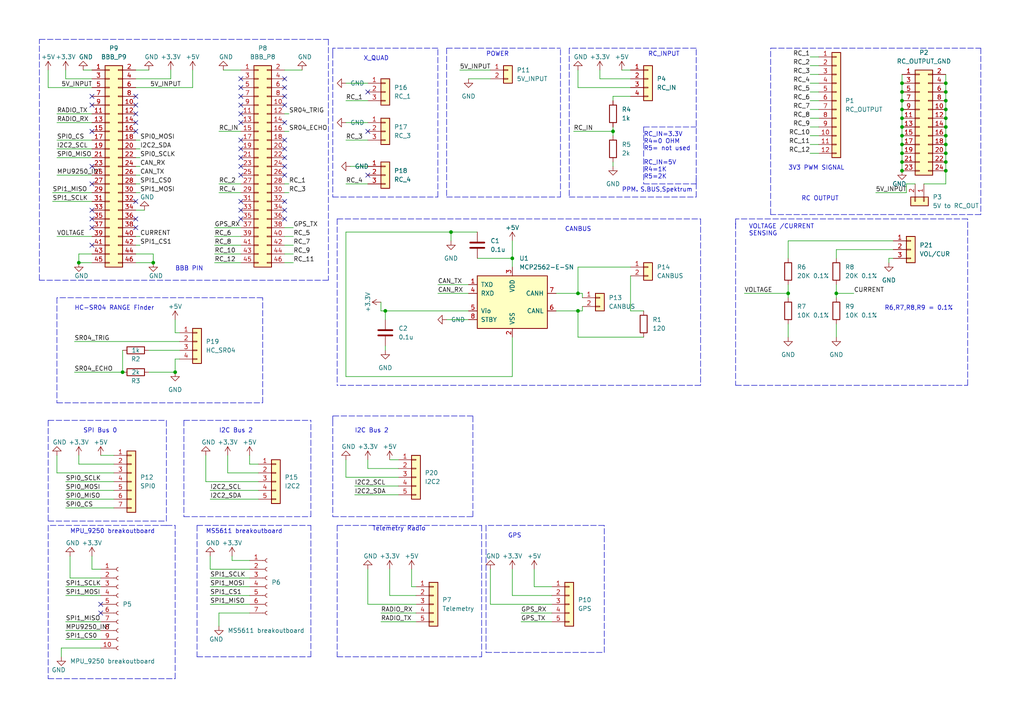
<source format=kicad_sch>
(kicad_sch (version 20211123) (generator eeschema)
  (paper "A4")
  (title_block (title "BBBMINI NEW SM") (date "2022-11-26") (rev "1.5"))
  (lib_symbols
    (symbol "Connector:Conn_01x07_Female" (pin_names (offset 1.016) hide)
      (property "Reference" "J" (at 0 10.16 0))
      (property "Value" "Conn_01x07_Female" (at 0 -10.16 0))
      (symbol "Conn_01x07_Female_1_1"
        (pin passive line (at -5.08 7.62 0) (length 3.81) (name "Pin_1") (number "1"))
        (pin passive line (at -5.08 5.08 0) (length 3.81) (name "Pin_2") (number "2"))
        (pin passive line (at -5.08 2.54 0) (length 3.81) (name "Pin_3") (number "3"))
        (pin passive line (at -5.08 0 0) (length 3.81) (name "Pin_4") (number "4"))
        (pin passive line (at -5.08 -2.54 0) (length 3.81) (name "Pin_5") (number "5"))
        (pin passive line (at -5.08 -5.08 0) (length 3.81) (name "Pin_6") (number "6"))
        (pin passive line (at -5.08 -7.62 0) (length 3.81) (name "Pin_7") (number "7"))
      )
    )
    (symbol "Connector:Conn_01x10_Female" (pin_names (offset 1.016) hide)
      (property "Reference" "J" (at 0 12.7 0))
      (property "Value" "Conn_01x10_Female" (at 0 -15.24 0))
      (symbol "Conn_01x10_Female_1_1"
        (pin passive line (at -5.08 10.16 0) (length 3.81) (name "Pin_1") (number "1"))
        (pin passive line (at -5.08 -12.7 0) (length 3.81) (name "Pin_10") (number "10"))
        (pin passive line (at -5.08 7.62 0) (length 3.81) (name "Pin_2") (number "2"))
        (pin passive line (at -5.08 5.08 0) (length 3.81) (name "Pin_3") (number "3"))
        (pin passive line (at -5.08 2.54 0) (length 3.81) (name "Pin_4") (number "4"))
        (pin passive line (at -5.08 0 0) (length 3.81) (name "Pin_5") (number "5"))
        (pin passive line (at -5.08 -2.54 0) (length 3.81) (name "Pin_6") (number "6"))
        (pin passive line (at -5.08 -5.08 0) (length 3.81) (name "Pin_7") (number "7"))
        (pin passive line (at -5.08 -7.62 0) (length 3.81) (name "Pin_8") (number "8"))
        (pin passive line (at -5.08 -10.16 0) (length 3.81) (name "Pin_9") (number "9"))
      )
    )
    (symbol "Connector_Generic:Conn_01x02" (pin_names (offset 1.016) hide)
      (property "Reference" "J" (at 0 2.54 0))
      (property "Value" "Conn_01x02" (at 0 -5.08 0))
      (symbol "Conn_01x02_1_1"
        (pin passive line (at -5.08 0 0) (length 3.81) (name "Pin_1") (number "1"))
        (pin passive line (at -5.08 -2.54 0) (length 3.81) (name "Pin_2") (number "2"))
      )
    )
    (symbol "Connector_Generic:Conn_01x03" (pin_names (offset 1.016) hide)
      (property "Reference" "J" (at 0 5.08 0))
      (property "Value" "Conn_01x03" (at 0 -5.08 0))
      (symbol "Conn_01x03_1_1"
        (pin passive line (at -5.08 2.54 0) (length 3.81) (name "Pin_1") (number "1"))
        (pin passive line (at -5.08 0 0) (length 3.81) (name "Pin_2") (number "2"))
        (pin passive line (at -5.08 -2.54 0) (length 3.81) (name "Pin_3") (number "3"))
      )
    )
    (symbol "Connector_Generic:Conn_01x04" (pin_names (offset 1.016) hide)
      (property "Reference" "J" (at 0 5.08 0))
      (property "Value" "Conn_01x04" (at 0 -7.62 0))
      (symbol "Conn_01x04_1_1"
        (pin passive line (at -5.08 2.54 0) (length 3.81) (name "Pin_1") (number "1"))
        (pin passive line (at -5.08 0 0) (length 3.81) (name "Pin_2") (number "2"))
        (pin passive line (at -5.08 -2.54 0) (length 3.81) (name "Pin_3") (number "3"))
        (pin passive line (at -5.08 -5.08 0) (length 3.81) (name "Pin_4") (number "4"))
      )
    )
    (symbol "Connector_Generic:Conn_01x05" (pin_names (offset 1.016) hide)
      (property "Reference" "J" (at 0 7.62 0))
      (property "Value" "Conn_01x05" (at 0 -7.62 0))
      (symbol "Conn_01x05_1_1"
        (pin passive line (at -5.08 5.08 0) (length 3.81) (name "Pin_1") (number "1"))
        (pin passive line (at -5.08 2.54 0) (length 3.81) (name "Pin_2") (number "2"))
        (pin passive line (at -5.08 0 0) (length 3.81) (name "Pin_3") (number "3"))
        (pin passive line (at -5.08 -2.54 0) (length 3.81) (name "Pin_4") (number "4"))
        (pin passive line (at -5.08 -5.08 0) (length 3.81) (name "Pin_5") (number "5"))
      )
    )
    (symbol "Connector_Generic:Conn_01x07" (pin_names (offset 1.016) hide)
      (property "Reference" "J" (at 0 10.16 0))
      (property "Value" "Conn_01x07" (at 0 -10.16 0))
      (symbol "Conn_01x07_1_1"
        (pin passive line (at -5.08 7.62 0) (length 3.81) (name "Pin_1") (number "1"))
        (pin passive line (at -5.08 5.08 0) (length 3.81) (name "Pin_2") (number "2"))
        (pin passive line (at -5.08 2.54 0) (length 3.81) (name "Pin_3") (number "3"))
        (pin passive line (at -5.08 0 0) (length 3.81) (name "Pin_4") (number "4"))
        (pin passive line (at -5.08 -2.54 0) (length 3.81) (name "Pin_5") (number "5"))
        (pin passive line (at -5.08 -5.08 0) (length 3.81) (name "Pin_6") (number "6"))
        (pin passive line (at -5.08 -7.62 0) (length 3.81) (name "Pin_7") (number "7"))
      )
    )
    (symbol "Connector_Generic:Conn_01x12" (pin_names (offset 1.016) hide)
      (property "Reference" "J" (at 0 15.24 0))
      (property "Value" "Conn_01x12" (at 0 -17.78 0))
      (symbol "Conn_01x12_1_1"
        (pin passive line (at -5.08 12.7 0) (length 3.81) (name "Pin_1") (number "1"))
        (pin passive line (at -5.08 -10.16 0) (length 3.81) (name "Pin_10") (number "10"))
        (pin passive line (at -5.08 -12.7 0) (length 3.81) (name "Pin_11") (number "11"))
        (pin passive line (at -5.08 -15.24 0) (length 3.81) (name "Pin_12") (number "12"))
        (pin passive line (at -5.08 10.16 0) (length 3.81) (name "Pin_2") (number "2"))
        (pin passive line (at -5.08 7.62 0) (length 3.81) (name "Pin_3") (number "3"))
        (pin passive line (at -5.08 5.08 0) (length 3.81) (name "Pin_4") (number "4"))
        (pin passive line (at -5.08 2.54 0) (length 3.81) (name "Pin_5") (number "5"))
        (pin passive line (at -5.08 0 0) (length 3.81) (name "Pin_6") (number "6"))
        (pin passive line (at -5.08 -2.54 0) (length 3.81) (name "Pin_7") (number "7"))
        (pin passive line (at -5.08 -5.08 0) (length 3.81) (name "Pin_8") (number "8"))
        (pin passive line (at -5.08 -7.62 0) (length 3.81) (name "Pin_9") (number "9"))
      )
    )
    (symbol "Connector_Generic:Conn_02x12_Odd_Even" (pin_names (offset 1.016) hide)
      (property "Reference" "J" (at 1.27 15.24 0))
      (property "Value" "Conn_02x12_Odd_Even" (at 1.27 -17.78 0))
      (symbol "Conn_02x12_Odd_Even_1_1"
        (pin passive line (at -5.08 12.7 0) (length 3.81) (name "Pin_1") (number "1"))
        (pin passive line (at 7.62 2.54 180) (length 3.81) (name "Pin_10") (number "10"))
        (pin passive line (at -5.08 0 0) (length 3.81) (name "Pin_11") (number "11"))
        (pin passive line (at 7.62 0 180) (length 3.81) (name "Pin_12") (number "12"))
        (pin passive line (at -5.08 -2.54 0) (length 3.81) (name "Pin_13") (number "13"))
        (pin passive line (at 7.62 -2.54 180) (length 3.81) (name "Pin_14") (number "14"))
        (pin passive line (at -5.08 -5.08 0) (length 3.81) (name "Pin_15") (number "15"))
        (pin passive line (at 7.62 -5.08 180) (length 3.81) (name "Pin_16") (number "16"))
        (pin passive line (at -5.08 -7.62 0) (length 3.81) (name "Pin_17") (number "17"))
        (pin passive line (at 7.62 -7.62 180) (length 3.81) (name "Pin_18") (number "18"))
        (pin passive line (at -5.08 -10.16 0) (length 3.81) (name "Pin_19") (number "19"))
        (pin passive line (at 7.62 12.7 180) (length 3.81) (name "Pin_2") (number "2"))
        (pin passive line (at 7.62 -10.16 180) (length 3.81) (name "Pin_20") (number "20"))
        (pin passive line (at -5.08 -12.7 0) (length 3.81) (name "Pin_21") (number "21"))
        (pin passive line (at 7.62 -12.7 180) (length 3.81) (name "Pin_22") (number "22"))
        (pin passive line (at -5.08 -15.24 0) (length 3.81) (name "Pin_23") (number "23"))
        (pin passive line (at 7.62 -15.24 180) (length 3.81) (name "Pin_24") (number "24"))
        (pin passive line (at -5.08 10.16 0) (length 3.81) (name "Pin_3") (number "3"))
        (pin passive line (at 7.62 10.16 180) (length 3.81) (name "Pin_4") (number "4"))
        (pin passive line (at -5.08 7.62 0) (length 3.81) (name "Pin_5") (number "5"))
        (pin passive line (at 7.62 7.62 180) (length 3.81) (name "Pin_6") (number "6"))
        (pin passive line (at -5.08 5.08 0) (length 3.81) (name "Pin_7") (number "7"))
        (pin passive line (at 7.62 5.08 180) (length 3.81) (name "Pin_8") (number "8"))
        (pin passive line (at -5.08 2.54 0) (length 3.81) (name "Pin_9") (number "9"))
      )
    )
    (symbol "Connector_Generic:Conn_02x23_Odd_Even" (pin_names (offset 1.016) hide)
      (property "Reference" "J" (at 1.27 30.48 0))
      (property "Value" "Conn_02x23_Odd_Even" (at 1.27 -30.48 0))
      (symbol "Conn_02x23_Odd_Even_1_1"
        (pin passive line (at -5.08 27.94 0) (length 3.81) (name "Pin_1") (number "1"))
        (pin passive line (at 7.62 17.78 180) (length 3.81) (name "Pin_10") (number "10"))
        (pin passive line (at -5.08 15.24 0) (length 3.81) (name "Pin_11") (number "11"))
        (pin passive line (at 7.62 15.24 180) (length 3.81) (name "Pin_12") (number "12"))
        (pin passive line (at -5.08 12.7 0) (length 3.81) (name "Pin_13") (number "13"))
        (pin passive line (at 7.62 12.7 180) (length 3.81) (name "Pin_14") (number "14"))
        (pin passive line (at -5.08 10.16 0) (length 3.81) (name "Pin_15") (number "15"))
        (pin passive line (at 7.62 10.16 180) (length 3.81) (name "Pin_16") (number "16"))
        (pin passive line (at -5.08 7.62 0) (length 3.81) (name "Pin_17") (number "17"))
        (pin passive line (at 7.62 7.62 180) (length 3.81) (name "Pin_18") (number "18"))
        (pin passive line (at -5.08 5.08 0) (length 3.81) (name "Pin_19") (number "19"))
        (pin passive line (at 7.62 27.94 180) (length 3.81) (name "Pin_2") (number "2"))
        (pin passive line (at 7.62 5.08 180) (length 3.81) (name "Pin_20") (number "20"))
        (pin passive line (at -5.08 2.54 0) (length 3.81) (name "Pin_21") (number "21"))
        (pin passive line (at 7.62 2.54 180) (length 3.81) (name "Pin_22") (number "22"))
        (pin passive line (at -5.08 0 0) (length 3.81) (name "Pin_23") (number "23"))
        (pin passive line (at 7.62 0 180) (length 3.81) (name "Pin_24") (number "24"))
        (pin passive line (at -5.08 -2.54 0) (length 3.81) (name "Pin_25") (number "25"))
        (pin passive line (at 7.62 -2.54 180) (length 3.81) (name "Pin_26") (number "26"))
        (pin passive line (at -5.08 -5.08 0) (length 3.81) (name "Pin_27") (number "27"))
        (pin passive line (at 7.62 -5.08 180) (length 3.81) (name "Pin_28") (number "28"))
        (pin passive line (at -5.08 -7.62 0) (length 3.81) (name "Pin_29") (number "29"))
        (pin passive line (at -5.08 25.4 0) (length 3.81) (name "Pin_3") (number "3"))
        (pin passive line (at 7.62 -7.62 180) (length 3.81) (name "Pin_30") (number "30"))
        (pin passive line (at -5.08 -10.16 0) (length 3.81) (name "Pin_31") (number "31"))
        (pin passive line (at 7.62 -10.16 180) (length 3.81) (name "Pin_32") (number "32"))
        (pin passive line (at -5.08 -12.7 0) (length 3.81) (name "Pin_33") (number "33"))
        (pin passive line (at 7.62 -12.7 180) (length 3.81) (name "Pin_34") (number "34"))
        (pin passive line (at -5.08 -15.24 0) (length 3.81) (name "Pin_35") (number "35"))
        (pin passive line (at 7.62 -15.24 180) (length 3.81) (name "Pin_36") (number "36"))
        (pin passive line (at -5.08 -17.78 0) (length 3.81) (name "Pin_37") (number "37"))
        (pin passive line (at 7.62 -17.78 180) (length 3.81) (name "Pin_38") (number "38"))
        (pin passive line (at -5.08 -20.32 0) (length 3.81) (name "Pin_39") (number "39"))
        (pin passive line (at 7.62 25.4 180) (length 3.81) (name "Pin_4") (number "4"))
        (pin passive line (at 7.62 -20.32 180) (length 3.81) (name "Pin_40") (number "40"))
        (pin passive line (at -5.08 -22.86 0) (length 3.81) (name "Pin_41") (number "41"))
        (pin passive line (at 7.62 -22.86 180) (length 3.81) (name "Pin_42") (number "42"))
        (pin passive line (at -5.08 -25.4 0) (length 3.81) (name "Pin_43") (number "43"))
        (pin passive line (at 7.62 -25.4 180) (length 3.81) (name "Pin_44") (number "44"))
        (pin passive line (at -5.08 -27.94 0) (length 3.81) (name "Pin_45") (number "45"))
        (pin passive line (at 7.62 -27.94 180) (length 3.81) (name "Pin_46") (number "46"))
        (pin passive line (at -5.08 22.86 0) (length 3.81) (name "Pin_5") (number "5"))
        (pin passive line (at 7.62 22.86 180) (length 3.81) (name "Pin_6") (number "6"))
        (pin passive line (at -5.08 20.32 0) (length 3.81) (name "Pin_7") (number "7"))
        (pin passive line (at 7.62 20.32 180) (length 3.81) (name "Pin_8") (number "8"))
        (pin passive line (at -5.08 17.78 0) (length 3.81) (name "Pin_9") (number "9"))
      )
    )
    (symbol "Device:C" (pin_numbers hide) (pin_names (offset 0.254))
      (property "Reference" "C" (at 0.635 2.54 0))
      (property "Value" "C" (at 0.635 -2.54 0))
      (symbol "C_1_1"
        (pin passive line (at 0 3.81 270) (length 2.794) (name "~") (number "1"))
        (pin passive line (at 0 -3.81 90) (length 2.794) (name "~") (number "2"))
      )
    )
    (symbol "Device:R" (pin_numbers hide) (pin_names (offset 0))
      (property "Reference" "R" (at 2.032 0 90))
      (property "Value" "R" (at 0 0 90))
      (symbol "R_1_1"
        (pin passive line (at 0 3.81 270) (length 1.27) (name "~") (number "1"))
        (pin passive line (at 0 -3.81 90) (length 1.27) (name "~") (number "2"))
      )
    )
    (symbol "Interface_CAN_LIN:MCP2562-E-SN" (pin_names (offset 1.016))
      (property "Reference" "U" (at -10.16 8.89 0))
      (property "Value" "MCP2562-E-SN" (at 2.54 8.89 0))
      (symbol "MCP2562-E-SN_1_1"
        (pin input line (at -12.7 5.08 0) (length 2.54) (name "TXD") (number "1"))
        (pin power_in line (at 0 -10.16 90) (length 2.54) (name "VSS") (number "2"))
        (pin power_in line (at 0 10.16 270) (length 2.54) (name "VDD") (number "3"))
        (pin output line (at -12.7 2.54 0) (length 2.54) (name "RXD") (number "4"))
        (pin power_in line (at -12.7 -2.54 0) (length 2.54) (name "Vio") (number "5"))
        (pin bidirectional line (at 12.7 -2.54 180) (length 2.54) (name "CANL") (number "6"))
        (pin bidirectional line (at 12.7 2.54 180) (length 2.54) (name "CANH") (number "7"))
        (pin input line (at -12.7 -5.08 0) (length 2.54) (name "STBY") (number "8"))
      )
    )
    (symbol "power:+3.3V" (power) (pin_names (offset 0))
      (property "Value" "+3.3V" (at 0 3.556 0))
      (symbol "+3.3V_1_1"
        (pin power_in line (at 0 0 90) (length 0) hide (name "+3.3V") (number "1"))
      )
    )
    (symbol "power:+5V" (power) (pin_names (offset 0))
      (property "Value" "+5V" (at 0 3.556 0))
      (symbol "+5V_1_1"
        (pin power_in line (at 0 0 90) (length 0) hide (name "+5V") (number "1"))
      )
    )
    (symbol "power:GND" (power) (pin_names (offset 0))
      (property "Value" "GND" (at 0 -3.81 0))
      (symbol "GND_1_1"
        (pin power_in line (at 0 0 270) (length 0) hide (name "GND") (number "1"))
      )
    )
  )
  (junction (at 177.8 38.1))
  (junction (at 242.57 85.09))
  (junction (at 274.32 29.21))
  (junction (at 261.62 24.13))
  (junction (at 261.62 29.21))
  (junction (at 274.32 44.45))
  (junction (at 35.56 107.95))
  (junction (at 167.64 85.09))
  (junction (at 274.32 31.75))
  (junction (at 167.64 90.17))
  (junction (at 274.32 26.67))
  (junction (at 274.32 34.29))
  (junction (at 261.62 44.45))
  (junction (at 50.8 107.95))
  (junction (at 261.62 41.91))
  (junction (at 274.32 41.91))
  (junction (at 261.62 31.75))
  (junction (at 274.32 49.53))
  (junction (at 130.81 67.31))
  (junction (at 261.62 34.29))
  (junction (at 261.62 49.53))
  (junction (at 22.86 76.2))
  (junction (at 111.76 90.17))
  (junction (at 261.62 39.37))
  (junction (at 228.6 85.09))
  (junction (at 274.32 24.13))
  (junction (at 274.32 46.99))
  (junction (at 274.32 36.83))
  (junction (at 274.32 39.37))
  (junction (at 261.62 36.83))
  (junction (at 148.59 74.93))
  (junction (at 261.62 46.99))
  (junction (at 44.45 76.2))
  (junction (at 261.62 26.67))
  (no_connect (at 82.55 25.4))
  (no_connect (at 106.68 50.8))
  (no_connect (at 69.85 48.26))
  (no_connect (at 82.55 58.42))
  (no_connect (at 26.67 71.12))
  (no_connect (at 26.67 66.04))
  (no_connect (at 69.85 40.64))
  (no_connect (at 82.55 30.48))
  (no_connect (at 29.21 177.8))
  (no_connect (at 82.55 63.5))
  (no_connect (at 69.85 33.02))
  (no_connect (at 69.85 25.4))
  (no_connect (at 69.85 22.86))
  (no_connect (at 39.37 38.1))
  (no_connect (at 39.37 35.56))
  (no_connect (at 69.85 45.72))
  (no_connect (at 69.85 63.5))
  (no_connect (at 82.55 40.64))
  (no_connect (at 39.37 58.42))
  (no_connect (at 69.85 60.96))
  (no_connect (at 69.85 27.94))
  (no_connect (at 39.37 63.5))
  (no_connect (at 82.55 48.26))
  (no_connect (at 26.67 60.96))
  (no_connect (at 69.85 43.18))
  (no_connect (at 82.55 35.56))
  (no_connect (at 82.55 45.72))
  (no_connect (at 69.85 35.56))
  (no_connect (at 69.85 50.8))
  (no_connect (at 26.67 53.34))
  (no_connect (at 39.37 27.94))
  (no_connect (at 82.55 27.94))
  (no_connect (at 26.67 63.5))
  (no_connect (at 39.37 66.04))
  (no_connect (at 39.37 33.02))
  (no_connect (at 82.55 50.8))
  (no_connect (at 82.55 22.86))
  (no_connect (at 82.55 43.18))
  (no_connect (at 69.85 30.48))
  (no_connect (at 82.55 60.96))
  (no_connect (at 26.67 38.1))
  (no_connect (at 69.85 58.42))
  (no_connect (at 29.21 175.26))
  (no_connect (at 106.68 26.67))
  (no_connect (at 106.68 38.1))
  (no_connect (at 26.67 27.94))
  (no_connect (at 26.67 30.48))
  (no_connect (at 39.37 30.48))
  (no_connect (at 26.67 48.26))
  (polyline (pts (xy 57.15 152.4) (xy 57.15 190.5)))
  (wire (pts (xy 19.05 172.72) (xy 29.21 172.72)))
  (wire (pts (xy 66.04 137.16) (xy 74.93 137.16)))
  (wire (pts (xy 148.59 172.72) (xy 160.02 172.72)))
  (wire (pts (xy 167.64 85.09) (xy 168.91 85.09)))
  (wire (pts (xy 66.04 132.08) (xy 66.04 137.16)))
  (wire (pts (xy 237.49 24.13) (xy 234.95 24.13)))
  (polyline (pts (xy 13.97 152.4) (xy 13.97 196.85)))
  (polyline (pts (xy 280.67 63.5) (xy 213.36 63.5)))
  (polyline (pts (xy 162.56 57.15) (xy 162.56 13.97)))
  (wire (pts (xy 242.57 85.09) (xy 242.57 86.36)))
  (wire (pts (xy 138.43 67.31) (xy 130.81 67.31)))
  (polyline (pts (xy 97.79 63.5) (xy 203.2 63.5)))
  (wire (pts (xy 21.59 107.95) (xy 35.56 107.95)))
  (polyline (pts (xy 175.26 152.4) (xy 140.97 152.4)))
  (wire (pts (xy 62.23 76.2) (xy 69.85 76.2)))
  (wire (pts (xy 63.5 38.1) (xy 69.85 38.1)))
  (polyline (pts (xy 48.26 151.13) (xy 48.26 121.92)))
  (wire (pts (xy 261.62 44.45) (xy 261.62 46.99)))
  (wire (pts (xy 67.31 162.56) (xy 72.39 162.56)))
  (polyline (pts (xy 95.25 81.28) (xy 11.43 81.28)))
  (wire (pts (xy 100.33 67.31) (xy 100.33 109.22)))
  (wire (pts (xy 135.89 22.86) (xy 142.24 22.86)))
  (polyline (pts (xy 139.7 152.4) (xy 139.7 190.5)))
  (polyline (pts (xy 48.26 152.4) (xy 13.97 152.4)))
  (wire (pts (xy 182.88 90.17) (xy 186.69 90.17)))
  (wire (pts (xy 135.89 90.17) (xy 111.76 90.17)))
  (polyline (pts (xy 96.52 121.92) (xy 96.52 149.86)))
  (wire (pts (xy 142.24 165.1) (xy 142.24 175.26)))
  (polyline (pts (xy 50.8 196.85) (xy 50.8 152.4)))
  (wire (pts (xy 267.97 53.34) (xy 274.32 53.34)))
  (wire (pts (xy 19.05 20.32) (xy 19.05 22.86)))
  (wire (pts (xy 16.51 137.16) (xy 33.02 137.16)))
  (wire (pts (xy 39.37 53.34) (xy 40.64 53.34)))
  (wire (pts (xy 274.32 26.67) (xy 274.32 29.21)))
  (wire (pts (xy 60.96 175.26) (xy 72.39 175.26)))
  (polyline (pts (xy 96.52 120.65) (xy 96.52 121.92)))
  (wire (pts (xy 177.8 46.99) (xy 177.8 48.26)))
  (polyline (pts (xy 213.36 64.77) (xy 213.36 111.76)))
  (wire (pts (xy 168.91 85.09) (xy 168.91 86.36)))
  (wire (pts (xy 173.99 20.32) (xy 173.99 22.86)))
  (wire (pts (xy 62.23 71.12) (xy 69.85 71.12)))
  (polyline (pts (xy 57.15 152.4) (xy 90.17 152.4)))
  (wire (pts (xy 182.88 80.01) (xy 182.88 90.17)))
  (wire (pts (xy 261.62 29.21) (xy 261.62 31.75)))
  (polyline (pts (xy 137.16 149.86) (xy 137.16 120.65)))
  (wire (pts (xy 186.69 97.79) (xy 167.64 97.79)))
  (wire (pts (xy 257.81 74.93) (xy 257.81 76.2)))
  (wire (pts (xy 261.62 36.83) (xy 261.62 39.37)))
  (wire (pts (xy 43.18 101.6) (xy 52.07 101.6)))
  (wire (pts (xy 43.18 107.95) (xy 50.8 107.95)))
  (wire (pts (xy 259.08 72.39) (xy 242.57 72.39)))
  (wire (pts (xy 242.57 93.98) (xy 242.57 97.79)))
  (polyline (pts (xy 203.2 63.5) (xy 203.2 111.76)))
  (wire (pts (xy 259.08 74.93) (xy 257.81 74.93)))
  (wire (pts (xy 100.33 24.13) (xy 106.68 24.13)))
  (polyline (pts (xy 96.52 13.97) (xy 96.52 15.24)))
  (wire (pts (xy 39.37 73.66) (xy 44.45 73.66)))
  (wire (pts (xy 242.57 82.55) (xy 242.57 85.09)))
  (wire (pts (xy 16.51 43.18) (xy 26.67 43.18)))
  (wire (pts (xy 16.51 40.64) (xy 26.67 40.64)))
  (wire (pts (xy 62.23 68.58) (xy 69.85 68.58)))
  (wire (pts (xy 39.37 50.8) (xy 40.64 50.8)))
  (wire (pts (xy 127 85.09) (xy 135.89 85.09)))
  (wire (pts (xy 148.59 165.1) (xy 148.59 172.72)))
  (wire (pts (xy 22.86 132.08) (xy 22.86 134.62)))
  (polyline (pts (xy 48.26 152.4) (xy 50.8 152.4)))
  (polyline (pts (xy 13.97 121.92) (xy 13.97 151.13)))
  (wire (pts (xy 50.8 104.14) (xy 50.8 107.95)))
  (wire (pts (xy 100.33 67.31) (xy 130.81 67.31)))
  (wire (pts (xy 100.33 53.34) (xy 106.68 53.34)))
  (polyline (pts (xy 96.52 57.15) (xy 127 57.15)))
  (wire (pts (xy 39.37 20.32) (xy 43.18 20.32)))
  (wire (pts (xy 39.37 48.26) (xy 40.64 48.26)))
  (wire (pts (xy 82.55 20.32) (xy 87.63 20.32)))
  (wire (pts (xy 16.51 132.08) (xy 16.51 137.16)))
  (wire (pts (xy 39.37 71.12) (xy 40.64 71.12)))
  (polyline (pts (xy 11.43 11.43) (xy 95.25 11.43)))
  (wire (pts (xy 148.59 97.79) (xy 148.59 109.22)))
  (wire (pts (xy 44.45 73.66) (xy 44.45 76.2)))
  (wire (pts (xy 106.68 133.35) (xy 106.68 135.89)))
  (polyline (pts (xy 186.69 53.34) (xy 201.93 53.34)))
  (wire (pts (xy 22.86 134.62) (xy 33.02 134.62)))
  (wire (pts (xy 237.49 26.67) (xy 234.95 26.67)))
  (wire (pts (xy 127 82.55) (xy 135.89 82.55)))
  (wire (pts (xy 274.32 31.75) (xy 274.32 34.29)))
  (wire (pts (xy 142.24 175.26) (xy 160.02 175.26)))
  (wire (pts (xy 39.37 76.2) (xy 44.45 76.2)))
  (wire (pts (xy 62.23 73.66) (xy 69.85 73.66)))
  (wire (pts (xy 261.62 41.91) (xy 261.62 44.45)))
  (wire (pts (xy 111.76 90.17) (xy 111.76 92.71)))
  (wire (pts (xy 148.59 74.93) (xy 148.59 77.47)))
  (wire (pts (xy 242.57 72.39) (xy 242.57 74.93)))
  (wire (pts (xy 113.03 165.1) (xy 113.03 172.72)))
  (polyline (pts (xy 53.34 121.92) (xy 90.17 121.92)))
  (wire (pts (xy 17.78 187.96) (xy 17.78 190.5)))
  (wire (pts (xy 13.97 25.4) (xy 26.67 25.4)))
  (wire (pts (xy 129.54 92.71) (xy 135.89 92.71)))
  (polyline (pts (xy 16.51 86.36) (xy 16.51 116.84)))
  (polyline (pts (xy 96.52 149.86) (xy 137.16 149.86)))
  (wire (pts (xy 242.57 85.09) (xy 247.65 85.09)))
  (wire (pts (xy 177.8 27.94) (xy 177.8 29.21)))
  (wire (pts (xy 39.37 43.18) (xy 40.64 43.18)))
  (polyline (pts (xy 53.34 149.86) (xy 90.17 149.86)))
  (wire (pts (xy 16.51 68.58) (xy 26.67 68.58)))
  (wire (pts (xy 67.31 161.29) (xy 67.31 162.56)))
  (wire (pts (xy 228.6 93.98) (xy 228.6 97.79)))
  (polyline (pts (xy 76.2 116.84) (xy 76.2 86.36)))
  (wire (pts (xy 161.29 85.09) (xy 167.64 85.09)))
  (wire (pts (xy 237.49 44.45) (xy 234.95 44.45)))
  (wire (pts (xy 106.68 165.1) (xy 106.68 175.26)))
  (wire (pts (xy 177.8 38.1) (xy 177.8 39.37)))
  (wire (pts (xy 16.51 33.02) (xy 26.67 33.02)))
  (wire (pts (xy 102.87 140.97) (xy 115.57 140.97)))
  (polyline (pts (xy 97.79 152.4) (xy 139.7 152.4)))
  (wire (pts (xy 16.51 35.56) (xy 26.67 35.56)))
  (polyline (pts (xy 203.2 111.76) (xy 97.79 111.76)))
  (wire (pts (xy 15.24 55.88) (xy 26.67 55.88)))
  (wire (pts (xy 60.96 167.64) (xy 72.39 167.64)))
  (wire (pts (xy 262.89 55.88) (xy 254 55.88)))
  (polyline (pts (xy 13.97 196.85) (xy 50.8 196.85)))
  (wire (pts (xy 167.64 25.4) (xy 182.88 25.4)))
  (wire (pts (xy 154.94 165.1) (xy 154.94 170.18)))
  (wire (pts (xy 102.87 143.51) (xy 115.57 143.51)))
  (polyline (pts (xy 129.54 13.97) (xy 162.56 13.97)))
  (wire (pts (xy 274.32 41.91) (xy 274.32 44.45)))
  (wire (pts (xy 39.37 45.72) (xy 40.64 45.72)))
  (wire (pts (xy 259.08 69.85) (xy 228.6 69.85)))
  (wire (pts (xy 167.64 20.32) (xy 167.64 25.4)))
  (wire (pts (xy 24.13 20.32) (xy 26.67 20.32)))
  (wire (pts (xy 72.39 134.62) (xy 74.93 134.62)))
  (wire (pts (xy 55.88 20.32) (xy 55.88 25.4)))
  (wire (pts (xy 119.38 165.1) (xy 119.38 170.18)))
  (wire (pts (xy 19.05 144.78) (xy 33.02 144.78)))
  (wire (pts (xy 16.51 50.8) (xy 26.67 50.8)))
  (wire (pts (xy 19.05 22.86) (xy 26.67 22.86)))
  (polyline (pts (xy 129.54 13.97) (xy 129.54 57.15)))
  (polyline (pts (xy 13.97 151.13) (xy 48.26 151.13)))
  (wire (pts (xy 261.62 26.67) (xy 261.62 29.21)))
  (polyline (pts (xy 127 57.15) (xy 127 13.97)))
  (wire (pts (xy 19.05 180.34) (xy 29.21 180.34)))
  (wire (pts (xy 22.86 73.66) (xy 22.86 76.2)))
  (wire (pts (xy 274.32 21.59) (xy 274.32 24.13)))
  (polyline (pts (xy 165.1 13.97) (xy 165.1 57.15)))
  (wire (pts (xy 274.32 44.45) (xy 274.32 46.99)))
  (wire (pts (xy 39.37 68.58) (xy 40.64 68.58)))
  (wire (pts (xy 20.32 167.64) (xy 29.21 167.64)))
  (polyline (pts (xy 97.79 152.4) (xy 97.79 190.5)))
  (wire (pts (xy 82.55 38.1) (xy 83.82 38.1)))
  (polyline (pts (xy 140.97 152.4) (xy 140.97 189.23)))
  (wire (pts (xy 261.62 31.75) (xy 261.62 34.29)))
  (wire (pts (xy 16.51 45.72) (xy 26.67 45.72)))
  (wire (pts (xy 15.24 58.42) (xy 26.67 58.42)))
  (wire (pts (xy 59.69 139.7) (xy 74.93 139.7)))
  (wire (pts (xy 168.91 90.17) (xy 168.91 88.9)))
  (wire (pts (xy 130.81 67.31) (xy 130.81 69.85)))
  (wire (pts (xy 82.55 55.88) (xy 83.82 55.88)))
  (polyline (pts (xy 140.97 152.4) (xy 140.97 152.4)))
  (wire (pts (xy 35.56 101.6) (xy 35.56 107.95)))
  (wire (pts (xy 113.03 133.35) (xy 115.57 133.35)))
  (wire (pts (xy 274.32 46.99) (xy 274.32 49.53)))
  (wire (pts (xy 237.49 21.59) (xy 234.95 21.59)))
  (polyline (pts (xy 140.97 189.23) (xy 175.26 189.23)))
  (wire (pts (xy 215.9 85.09) (xy 228.6 85.09)))
  (polyline (pts (xy 201.93 57.15) (xy 201.93 13.97)))
  (polyline (pts (xy 284.48 13.97) (xy 284.48 62.23)))
  (wire (pts (xy 50.8 96.52) (xy 52.07 96.52)))
  (wire (pts (xy 19.05 147.32) (xy 33.02 147.32)))
  (wire (pts (xy 148.59 109.22) (xy 100.33 109.22)))
  (wire (pts (xy 113.03 172.72) (xy 120.65 172.72)))
  (wire (pts (xy 26.67 161.29) (xy 26.67 165.1)))
  (polyline (pts (xy 16.51 116.84) (xy 76.2 116.84)))
  (wire (pts (xy 265.43 53.34) (xy 262.89 53.34)))
  (polyline (pts (xy 76.2 86.36) (xy 16.51 86.36)))
  (wire (pts (xy 82.55 66.04) (xy 85.09 66.04)))
  (wire (pts (xy 60.96 144.78) (xy 74.93 144.78)))
  (polyline (pts (xy 284.48 62.23) (xy 223.52 62.23)))
  (wire (pts (xy 39.37 55.88) (xy 40.64 55.88)))
  (wire (pts (xy 19.05 182.88) (xy 29.21 182.88)))
  (wire (pts (xy 228.6 82.55) (xy 228.6 85.09)))
  (wire (pts (xy 82.55 73.66) (xy 85.09 73.66)))
  (wire (pts (xy 237.49 36.83) (xy 234.95 36.83)))
  (wire (pts (xy 82.55 71.12) (xy 85.09 71.12)))
  (wire (pts (xy 148.59 69.85) (xy 148.59 74.93)))
  (polyline (pts (xy 165.1 57.15) (xy 201.93 57.15)))
  (wire (pts (xy 72.39 177.8) (xy 63.5 177.8)))
  (wire (pts (xy 60.96 170.18) (xy 72.39 170.18)))
  (wire (pts (xy 29.21 187.96) (xy 17.78 187.96)))
  (wire (pts (xy 60.96 161.29) (xy 60.96 165.1)))
  (wire (pts (xy 262.89 53.34) (xy 262.89 55.88)))
  (wire (pts (xy 63.5 177.8) (xy 63.5 181.61)))
  (wire (pts (xy 62.23 66.04) (xy 69.85 66.04)))
  (wire (pts (xy 82.55 33.02) (xy 83.82 33.02)))
  (wire (pts (xy 39.37 60.96) (xy 41.91 60.96)))
  (wire (pts (xy 82.55 68.58) (xy 85.09 68.58)))
  (wire (pts (xy 106.68 175.26) (xy 120.65 175.26)))
  (wire (pts (xy 261.62 39.37) (xy 261.62 41.91)))
  (wire (pts (xy 237.49 16.51) (xy 234.95 16.51)))
  (polyline (pts (xy 95.25 11.43) (xy 95.25 81.28)))
  (polyline (pts (xy 97.79 190.5) (xy 139.7 190.5)))
  (wire (pts (xy 237.49 34.29) (xy 234.95 34.29)))
  (wire (pts (xy 228.6 85.09) (xy 228.6 86.36)))
  (wire (pts (xy 119.38 170.18) (xy 120.65 170.18)))
  (wire (pts (xy 274.32 39.37) (xy 274.32 41.91)))
  (wire (pts (xy 110.49 177.8) (xy 120.65 177.8)))
  (wire (pts (xy 60.96 165.1) (xy 72.39 165.1)))
  (wire (pts (xy 72.39 132.08) (xy 72.39 134.62)))
  (wire (pts (xy 228.6 69.85) (xy 228.6 74.93)))
  (wire (pts (xy 50.8 92.71) (xy 50.8 96.52)))
  (wire (pts (xy 19.05 142.24) (xy 33.02 142.24)))
  (wire (pts (xy 82.55 76.2) (xy 85.09 76.2)))
  (polyline (pts (xy 213.36 63.5) (xy 213.36 66.04)))
  (wire (pts (xy 151.13 177.8) (xy 160.02 177.8)))
  (wire (pts (xy 261.62 21.59) (xy 261.62 24.13)))
  (wire (pts (xy 167.64 90.17) (xy 168.91 90.17)))
  (wire (pts (xy 261.62 46.99) (xy 261.62 49.53)))
  (wire (pts (xy 274.32 24.13) (xy 274.32 26.67)))
  (wire (pts (xy 182.88 27.94) (xy 177.8 27.94)))
  (polyline (pts (xy 213.36 111.76) (xy 280.67 111.76)))
  (wire (pts (xy 21.59 99.06) (xy 52.07 99.06)))
  (wire (pts (xy 13.97 20.32) (xy 13.97 25.4)))
  (wire (pts (xy 110.49 90.17) (xy 110.49 87.63)))
  (wire (pts (xy 29.21 132.08) (xy 33.02 132.08)))
  (wire (pts (xy 111.76 90.17) (xy 110.49 90.17)))
  (wire (pts (xy 63.5 53.34) (xy 69.85 53.34)))
  (polyline (pts (xy 175.26 189.23) (xy 175.26 152.4)))
  (wire (pts (xy 52.07 104.14) (xy 50.8 104.14)))
  (polyline (pts (xy 186.69 36.83) (xy 201.93 36.83)))
  (polyline (pts (xy 57.15 190.5) (xy 90.17 190.5)))
  (wire (pts (xy 237.49 41.91) (xy 234.95 41.91)))
  (polyline (pts (xy 201.93 53.34) (xy 201.93 50.8)))
  (polyline (pts (xy 129.54 57.15) (xy 162.56 57.15)))
  (polyline (pts (xy 90.17 190.5) (xy 90.17 152.4)))
  (polyline (pts (xy 137.16 120.65) (xy 96.52 120.65)))
  (wire (pts (xy 22.86 76.2) (xy 26.67 76.2)))
  (wire (pts (xy 26.67 73.66) (xy 22.86 73.66)))
  (wire (pts (xy 180.34 20.32) (xy 182.88 20.32)))
  (wire (pts (xy 110.49 180.34) (xy 120.65 180.34)))
  (wire (pts (xy 166.37 38.1) (xy 177.8 38.1)))
  (polyline (pts (xy 13.97 121.92) (xy 48.26 121.92)))
  (wire (pts (xy 63.5 55.88) (xy 69.85 55.88)))
  (wire (pts (xy 64.77 20.32) (xy 69.85 20.32)))
  (wire (pts (xy 177.8 36.83) (xy 177.8 38.1)))
  (wire (pts (xy 101.6 48.26) (xy 106.68 48.26)))
  (wire (pts (xy 111.76 100.33) (xy 111.76 101.6)))
  (polyline (pts (xy 90.17 149.86) (xy 90.17 121.92)))
  (wire (pts (xy 100.33 138.43) (xy 115.57 138.43)))
  (polyline (pts (xy 223.52 62.23) (xy 223.52 13.97)))
  (wire (pts (xy 274.32 34.29) (xy 274.32 36.83)))
  (polyline (pts (xy 223.52 13.97) (xy 284.48 13.97)))
  (wire (pts (xy 55.88 25.4) (xy 39.37 25.4)))
  (wire (pts (xy 133.35 20.32) (xy 142.24 20.32)))
  (wire (pts (xy 60.96 142.24) (xy 74.93 142.24)))
  (polyline (pts (xy 96.52 15.24) (xy 96.52 57.15)))
  (wire (pts (xy 60.96 172.72) (xy 72.39 172.72)))
  (wire (pts (xy 167.64 77.47) (xy 167.64 85.09)))
  (polyline (pts (xy 11.43 81.28) (xy 11.43 11.43)))
  (wire (pts (xy 237.49 29.21) (xy 234.95 29.21)))
  (wire (pts (xy 100.33 29.21) (xy 106.68 29.21)))
  (wire (pts (xy 161.29 90.17) (xy 167.64 90.17)))
  (wire (pts (xy 173.99 22.86) (xy 182.88 22.86)))
  (wire (pts (xy 19.05 170.18) (xy 29.21 170.18)))
  (wire (pts (xy 261.62 34.29) (xy 261.62 36.83)))
  (wire (pts (xy 100.33 133.35) (xy 100.33 138.43)))
  (wire (pts (xy 182.88 77.47) (xy 167.64 77.47)))
  (wire (pts (xy 39.37 40.64) (xy 40.64 40.64)))
  (wire (pts (xy 274.32 53.34) (xy 274.32 49.53)))
  (wire (pts (xy 106.68 135.89) (xy 115.57 135.89)))
  (wire (pts (xy 274.32 29.21) (xy 274.32 31.75)))
  (wire (pts (xy 19.05 139.7) (xy 33.02 139.7)))
  (wire (pts (xy 237.49 19.05) (xy 234.95 19.05)))
  (wire (pts (xy 154.94 170.18) (xy 160.02 170.18)))
  (polyline (pts (xy 127 13.97) (xy 96.52 13.97)))
  (wire (pts (xy 100.33 40.64) (xy 106.68 40.64)))
  (polyline (pts (xy 280.67 111.76) (xy 280.67 63.5)))
  (wire (pts (xy 138.43 74.93) (xy 148.59 74.93)))
  (wire (pts (xy 49.53 22.86) (xy 39.37 22.86)))
  (wire (pts (xy 237.49 39.37) (xy 234.95 39.37)))
  (wire (pts (xy 167.64 97.79) (xy 167.64 90.17)))
  (polyline (pts (xy 186.69 36.83) (xy 186.69 53.34)))
  (wire (pts (xy 59.69 132.08) (xy 59.69 139.7)))
  (wire (pts (xy 49.53 20.32) (xy 49.53 22.86)))
  (wire (pts (xy 19.05 185.42) (xy 29.21 185.42)))
  (polyline (pts (xy 53.34 121.92) (xy 53.34 149.86)))
  (wire (pts (xy 20.32 161.29) (xy 20.32 167.64)))
  (wire (pts (xy 100.33 35.56) (xy 106.68 35.56)))
  (wire (pts (xy 274.32 36.83) (xy 274.32 39.37)))
  (wire (pts (xy 261.62 24.13) (xy 261.62 26.67)))
  (wire (pts (xy 82.55 53.34) (xy 83.82 53.34)))
  (wire (pts (xy 237.49 31.75) (xy 234.95 31.75)))
  (wire (pts (xy 151.13 180.34) (xy 160.02 180.34)))
  (wire (pts (xy 26.67 165.1) (xy 29.21 165.1)))
  (polyline (pts (xy 201.93 13.97) (xy 165.1 13.97)))
  (polyline (pts (xy 97.79 63.5) (xy 97.79 111.76)))
  (text "I2C Bus 2\n" (at 102.87 125.73 0) (effects (font (size 1.27 1.27)) (justify left bottom)))
  (text "Telemetry Radio\n\n" (at 107.95 156.21 0) (effects (font (size 1.27 1.27)) (justify left bottom)))
  (text "X_QUAD" (at 105.41 17.78 0) (effects (font (size 1.27 1.27)) (justify left bottom)))
  (text "RC_IN=3.3V\nR4=0 OHM\nR5= not used\n\nRC_IN=5V\nR4=1K\nR5=2K" (at 186.69 52.07 0) (effects (font (size 1.27 1.27)) (justify left bottom)))
  (text "MS5611 breakoutboard" (at 59.69 154.94 0) (effects (font (size 1.27 1.27)) (justify left bottom)))
  (text "GPS\n" (at 147.32 156.21 0) (effects (font (size 1.27 1.27)) (justify left bottom)))
  (text "HC-SR04 RANGE Finder\n" (at 21.59 90.17 0) (effects (font (size 1.27 1.27)) (justify left bottom)))
  (text "3V3 PWM SIGNAL\n" (at 228.6 49.53 0) (effects (font (size 1.27 1.27)) (justify left bottom)))
  (text "I2C Bus 2\n" (at 63.5 125.73 0) (effects (font (size 1.27 1.27)) (justify left bottom)))
  (text "VOLTAGE /CURRENT\nSENSING\n" (at 217.17 68.58 0) (effects (font (size 1.27 1.27)) (justify left bottom)))
  (text "R6,R7,R8,R9 = 0.1%\n" (at 256.54 90.17 0) (effects (font (size 1.27 1.27)) (justify left bottom)))
  (text "PPM，S.BUS,Spektrum\n" (at 180.34 55.88 0) (effects (font (size 1.27 1.27)) (justify left bottom)))
  (text "CANBUS" (at 163.83 67.31 0) (effects (font (size 1.27 1.27)) (justify left bottom)))
  (text "BBB PIN\n" (at 50.8 78.74 0) (effects (font (size 1.27 1.27)) (justify left bottom)))
  (text "SPI Bus 0\n" (at 24.13 125.73 0) (effects (font (size 1.27 1.27)) (justify left bottom)))
  (text "RC_INPUT\n" (at 187.96 16.51 0) (effects (font (size 1.27 1.27)) (justify left bottom)))
  (text "MPU_9250 breakoutboard\n" (at 20.32 154.94 0) (effects (font (size 1.27 1.27)) (justify left bottom)))
  (text "RC OUTPUT\n" (at 232.41 58.42 0) (effects (font (size 1.27 1.27)) (justify left bottom)))
  (text "POWER" (at 140.97 16.51 0) (effects (font (size 1.27 1.27)) (justify left bottom)))
  (label "RC_3" (at 234.95 21.59 180))
  (label "5V_INPUT" (at 133.35 20.32 0))
  (label "CAN_TX" (at 40.64 50.8 0))
  (label "I2C2_SDA" (at 40.64 43.18 0))
  (label "5V_INPUT" (at 254 55.88 0))
  (label "CURRENT" (at 40.64 68.58 0))
  (label "CAN_TX" (at 127 82.55 0))
  (label "RC_7" (at 234.95 31.75 180))
  (label "RC_8" (at 62.23 71.12 0))
  (label "SPI0_CS" (at 19.05 147.32 0))
  (label "MPU9250_INT" (at 16.51 50.8 0))
  (label "RC_4" (at 100.33 53.34 0))
  (label "SPI0_MISO" (at 16.51 45.72 0))
  (label "RC_12" (at 234.95 44.45 180))
  (label "I2C2_SDA" (at 102.87 143.51 0))
  (label "SR04_TRIG" (at 21.59 99.06 0))
  (label "CAN_RX" (at 127 85.09 0))
  (label "RC_12" (at 62.23 76.2 0))
  (label "RC_9" (at 234.95 36.83 180))
  (label "MPU9250_INT" (at 19.05 182.88 0))
  (label "I2C2_SCL" (at 60.96 142.24 0))
  (label "I2C2_SDA" (at 60.96 144.78 0))
  (label "SPI1_SCLK" (at 60.96 167.64 0))
  (label "SPI1_MOSI" (at 19.05 172.72 0))
  (label "SPI0_SCLK" (at 19.05 139.7 0))
  (label "5V_INPUT" (at 43.5386 25.4 0))
  (label "RC_IN" (at 63.5 38.1 0))
  (label "5V_INPUT" (at 17.78 25.4 0))
  (label "RC_1" (at 234.95 16.51 180))
  (label "RC_9" (at 85.09 73.66 0))
  (label "SPI1_MISO" (at 60.96 175.26 0))
  (label "RC_8" (at 234.95 34.29 180))
  (label "SPI0_MOSI" (at 40.64 40.64 0))
  (label "SPI0_CS" (at 16.51 40.64 0))
  (label "VOLTAGE" (at 16.51 68.58 0))
  (label "SPI1_CS1" (at 40.64 71.12 0))
  (label "RC_3" (at 100.33 40.64 0))
  (label "SPI1_CS0" (at 19.05 185.42 0))
  (label "RC_10" (at 62.23 73.66 0))
  (label "CURRENT" (at 247.65 85.09 0))
  (label "I2C2_SCL" (at 16.51 43.18 0))
  (label "SPI0_SCLK" (at 40.64 45.72 0))
  (label "SPI1_SCLK" (at 19.05 170.18 0))
  (label "RC_7" (at 85.09 71.12 0))
  (label "RC_11" (at 234.95 41.91 180))
  (label "RC_4" (at 234.95 24.13 180))
  (label "RC_IN" (at 166.37 38.1 0))
  (label "VOLTAGE" (at 215.9 85.09 0))
  (label "RADIO_TX" (at 16.51 33.02 0))
  (label "RC_3" (at 83.82 55.88 0))
  (label "RC_11" (at 85.09 76.2 0))
  (label "SR04_ECHO" (at 21.59 107.95 0))
  (label "RC_5" (at 85.09 68.58 0))
  (label "SPI1_SCLK" (at 15.24 58.42 0))
  (label "RADIO_RX" (at 110.49 177.8 0))
  (label "SPI1_MISO" (at 15.24 55.88 0))
  (label "SR04_TRIG" (at 83.82 33.02 0))
  (label "RC_5" (at 234.95 26.67 180))
  (label "RC_2" (at 63.5 53.34 0))
  (label "GPS_TX" (at 85.09 66.04 0))
  (label "I2C2_SCL" (at 102.87 140.97 0))
  (label "RADIO_RX" (at 16.51 35.56 0))
  (label "RC_1" (at 83.82 53.34 0))
  (label "GPS_RX" (at 151.13 177.8 0))
  (label "SPI1_MOSI" (at 60.96 170.18 0))
  (label "RC_4" (at 63.5 55.88 0))
  (label "CAN_RX" (at 40.64 48.26 0))
  (label "GPS_TX" (at 151.13 180.34 0))
  (label "RC_10" (at 234.95 39.37 180))
  (label "SPI1_MISO" (at 19.05 180.34 0))
  (label "SPI0_MOSI" (at 19.05 142.24 0))
  (label "SR04_ECHO" (at 83.82 38.1 0))
  (label "SPI1_CS1" (at 60.96 172.72 0))
  (label "RC_6" (at 234.95 29.21 180))
  (label "RC_6" (at 62.23 68.58 0))
  (label "RADIO_TX" (at 110.49 180.34 0))
  (label "RC_2" (at 234.95 19.05 180))
  (label "SPI1_CS0" (at 40.64 53.34 0))
  (label "SPI1_MOSI" (at 40.64 55.88 0))
  (label "GPS_RX" (at 62.23 66.04 0))
  (label "SPI0_MISO" (at 19.05 144.78 0))
  (label "RC_1" (at 100.33 29.21 0))
  (symbol (lib_id "power:+5V") (at 119.38 165.1 0) (unit 1)
    (property "Reference" "#PWR0148" (effects hide))
    (property "Value" "+5V" (at 119.38 161.29 0))
  )
  (symbol (lib_id "power:+5V") (at 180.34 20.32 0) (unit 1)
    (property "Reference" "#PWR0124" (effects hide))
    (property "Value" "+5V" (at 180.34 16.51 0))
  )
  (symbol (lib_id "Device:R") (at 39.37 107.95 270) (unit 1)
    (property "Reference" "R3" (at 39.37 110.49 90))
    (property "Value" "2k" (at 39.37 107.95 90))
    (property "Footprint" "Resistor_SMD:R_2010_5025Metric_Pad1.40x2.65mm_HandSolder" (effects hide))
  )
  (symbol (lib_id "Connector_Generic:Conn_01x04") (at 187.96 22.86 0) (unit 1)
    (property "Reference" "P4" (at 190.5 22.8599 0) (effects (justify left)))
    (property "Value" "RC_IN" (at 190.5 25.3999 0) (effects (justify left)))
    (property "Footprint" "Connector_PinHeader_2.54mm:PinHeader_1x04_P2.54mm_Vertical" (effects hide))
  )
  (symbol (lib_id "power:+5V") (at 154.94 165.1 0) (unit 1)
    (property "Reference" "#PWR0138" (effects hide))
    (property "Value" "+5V" (at 154.94 161.29 0))
  )
  (symbol (lib_id "Connector_Generic:Conn_01x02") (at 267.97 58.42 270) (unit 1)
    (property "Reference" "P3" (at 270.51 57.1499 90) (effects (justify left)))
    (property "Value" "5V to RC_OUT" (at 270.51 59.6899 90) (effects (justify left)))
    (property "Footprint" "Connector_PinHeader_2.54mm:PinHeader_1x02_P2.54mm_Vertical" (effects hide))
  )
  (symbol (lib_id "power:+5V") (at 50.8 92.71 0) (unit 1)
    (property "Reference" "#PWR0131" (effects hide))
    (property "Value" "+5V" (at 50.8 88.9 0))
  )
  (symbol (lib_id "power:GND") (at 50.8 107.95 0) (unit 1)
    (property "Reference" "#PWR0132" (effects hide))
    (property "Value" "GND" (at 50.8 113.03 0))
  )
  (symbol (lib_id "power:GND") (at 63.5 181.61 0) (unit 1)
    (property "Reference" "#PWR0141" (effects hide))
    (property "Value" "GND" (at 64.77 185.42 0) (effects (justify right)))
  )
  (symbol (lib_id "Device:R") (at 228.6 90.17 0) (unit 1)
    (property "Reference" "R7" (at 231.14 88.8999 0) (effects (justify left)))
    (property "Value" "10K 0.1%" (at 231.14 91.4399 0) (effects (justify left)))
    (property "Footprint" "Resistor_SMD:R_0805_2012Metric_Pad1.20x1.40mm_HandSolder" (effects hide))
  )
  (symbol (lib_id "power:GND") (at 22.86 76.2 0) (mirror y) (unit 1)
    (property "Reference" "#PWR0106" (effects hide))
    (property "Value" "GND" (at 21.59 80.01 0) (effects (justify right)))
  )
  (symbol (lib_id "power:GND") (at 167.64 20.32 180) (unit 1)
    (property "Reference" "#PWR0126" (effects hide))
    (property "Value" "GND" (at 166.37 16.51 0) (effects (justify right)))
  )
  (symbol (lib_id "Connector:Conn_01x10_Female") (at 34.29 175.26 0) (unit 1)
    (property "Reference" "P5" (at 35.56 175.2599 0) (effects (justify left)))
    (property "Value" "MPU_9250 breakoutboard" (at 20.32 191.77 0) (effects (justify left)))
    (property "Footprint" "Connector_PinSocket_2.54mm:PinSocket_1x10_P2.54mm_Vertical" (effects hide))
  )
  (symbol (lib_id "power:GND") (at 228.6 97.79 0) (unit 1)
    (property "Reference" "#PWR0129" (effects hide))
    (property "Value" "GND" (at 228.6 102.87 0))
  )
  (symbol (lib_id "Connector_Generic:Conn_01x03") (at 111.76 38.1 0) (unit 1)
    (property "Reference" "P17" (at 114.3 36.8299 0) (effects (justify left)))
    (property "Value" "RC_3" (at 114.3 39.3699 0) (effects (justify left)))
    (property "Footprint" "Connector_PinHeader_2.54mm:PinHeader_1x03_P2.54mm_Vertical" (effects hide))
  )
  (symbol (lib_id "power:+5V") (at 13.97 20.32 0) (unit 1)
    (property "Reference" "#PWR0103" (effects hide))
    (property "Value" "+5V" (at 13.97 16.51 0))
  )
  (symbol (lib_id "Connector:Conn_01x07_Female") (at 77.47 170.18 0) (unit 1)
    (property "Reference" "P6" (at 78.74 168.9099 0) (effects (justify left)))
    (property "Value" "MS5611 breakoutboard" (at 66.04 182.88 0) (effects (justify left)))
    (property "Footprint" "Connector_PinSocket_2.54mm:PinSocket_1x07_P2.54mm_Vertical" (effects hide))
  )
  (symbol (lib_id "power:+3.3V") (at 49.53 20.32 0) (unit 1)
    (property "Reference" "#PWR0109" (effects hide))
    (property "Value" "+3.3V" (at 49.53 16.51 0))
  )
  (symbol (lib_id "Connector_Generic:Conn_01x05") (at 125.73 175.26 0) (unit 1)
    (property "Reference" "P7" (at 128.27 173.9899 0) (effects (justify left)))
    (property "Value" "Telemetry" (at 128.27 176.5299 0) (effects (justify left)))
    (property "Footprint" "Connector_PinHeader_2.54mm:PinHeader_1x05_P2.54mm_Vertical" (effects hide))
  )
  (symbol (lib_id "power:GND") (at 100.33 133.35 180) (unit 1)
    (property "Reference" "#PWR0152" (effects hide))
    (property "Value" "GND" (at 99.06 129.54 0) (effects (justify right)))
  )
  (symbol (lib_id "power:+5V") (at 113.03 133.35 0) (unit 1)
    (property "Reference" "#PWR0151" (effects hide))
    (property "Value" "+5V" (at 113.03 129.54 0))
  )
  (symbol (lib_id "Device:R") (at 39.37 101.6 90) (unit 1)
    (property "Reference" "R2" (at 39.37 104.14 90))
    (property "Value" "1k" (at 39.37 101.6 90))
    (property "Footprint" "Resistor_SMD:R_0805_2012Metric_Pad1.20x1.40mm_HandSolder" (effects hide))
  )
  (symbol (lib_id "power:+3.3V") (at 110.49 87.63 90) (unit 1)
    (property "Reference" "#PWR0122" (effects hide))
    (property "Value" "+3.3V" (at 106.68 87.63 0))
  )
  (symbol (lib_id "power:GND") (at 142.24 165.1 180) (unit 1)
    (property "Reference" "#PWR0137" (effects hide))
    (property "Value" "GND" (at 140.97 161.29 0) (effects (justify right)))
  )
  (symbol (lib_id "power:+3.3V") (at 67.31 161.29 0) (unit 1)
    (property "Reference" "#PWR0140" (effects hide))
    (property "Value" "+3.3V" (at 67.31 157.48 0))
  )
  (symbol (lib_id "Device:R") (at 177.8 43.18 0) (unit 1)
    (property "Reference" "R5" (at 180.34 41.9099 0) (effects (justify left)))
    (property "Value" "2k" (at 180.34 44.4499 0) (effects (justify left)))
    (property "Footprint" "Resistor_SMD:R_2010_5025Metric_Pad1.40x2.65mm_HandSolder" (effects hide))
  )
  (symbol (lib_id "power:GND") (at 20.32 161.29 180) (unit 1)
    (property "Reference" "#PWR0145" (effects hide))
    (property "Value" "GND" (at 19.05 157.48 0) (effects (justify right)))
  )
  (symbol (lib_id "power:GND") (at 100.33 35.56 270) (unit 1)
    (property "Reference" "#PWR0114" (effects hide))
    (property "Value" "GND" (at 101.6 35.5599 90) (effects (justify left)))
  )
  (symbol (lib_id "power:+3.3V") (at 22.86 132.08 0) (unit 1)
    (property "Reference" "#PWR0134" (effects hide))
    (property "Value" "+3.3V" (at 22.86 128.27 0))
  )
  (symbol (lib_id "power:+5V") (at 148.59 69.85 0) (unit 1)
    (property "Reference" "#PWR0121" (effects hide))
    (property "Value" "+5V" (at 148.59 66.04 0))
  )
  (symbol (lib_id "power:GND") (at 17.78 190.5 0) (unit 1)
    (property "Reference" "#PWR0147" (effects hide))
    (property "Value" "GND" (at 19.05 194.31 0) (effects (justify right)))
  )
  (symbol (lib_id "Connector_Generic:Conn_01x02") (at 173.99 86.36 0) (unit 1)
    (property "Reference" "P13" (at 176.53 86.3599 0) (effects (justify left)))
    (property "Value" "CANBUS" (at 176.53 88.8999 0) (effects (justify left)))
    (property "Footprint" "Connector_PinHeader_2.54mm:PinHeader_1x02_P2.54mm_Vertical" (effects hide))
  )
  (symbol (lib_id "Device:C") (at 138.43 71.12 0) (unit 1)
    (property "Reference" "C1" (at 142.24 69.8499 0) (effects (justify left)))
    (property "Value" "0.1u" (at 142.24 72.3899 0) (effects (justify left)))
    (property "Footprint" "Capacitor_SMD:C_1210_3225Metric_Pad1.33x2.70mm_HandSolder" (effects hide))
  )
  (symbol (lib_id "power:GND") (at 100.33 24.13 270) (unit 1)
    (property "Reference" "#PWR0112" (effects hide))
    (property "Value" "GND" (at 101.6 24.1299 90) (effects (justify left)))
  )
  (symbol (lib_id "Connector_Generic:Conn_01x05") (at 120.65 138.43 0) (unit 1)
    (property "Reference" "P20" (at 123.19 137.1599 0) (effects (justify left)))
    (property "Value" "I2C2" (at 123.19 139.6999 0) (effects (justify left)))
    (property "Footprint" "Connector_PinHeader_2.54mm:PinHeader_1x05_P2.54mm_Vertical" (effects hide))
  )
  (symbol (lib_id "power:GND") (at 24.13 20.32 180) (unit 1)
    (property "Reference" "#PWR0105" (effects hide))
    (property "Value" "GND" (at 22.86 16.51 0) (effects (justify right)))
  )
  (symbol (lib_id "power:GND") (at 16.51 132.08 180) (unit 1)
    (property "Reference" "#PWR0133" (effects hide))
    (property "Value" "GND" (at 15.24 128.27 0) (effects (justify right)))
  )
  (symbol (lib_id "Device:R") (at 242.57 90.17 0) (unit 1)
    (property "Reference" "R9" (at 245.11 88.8999 0) (effects (justify left)))
    (property "Value" "10K 0.1%" (at 245.11 91.4399 0) (effects (justify left)))
    (property "Footprint" "Resistor_SMD:R_0805_2012Metric_Pad1.20x1.40mm_HandSolder" (effects hide))
  )
  (symbol (lib_id "power:+3.3V") (at 113.03 165.1 0) (unit 1)
    (property "Reference" "#PWR0149" (effects hide))
    (property "Value" "+3.3V" (at 113.03 161.29 0))
  )
  (symbol (lib_id "power:+3.3V") (at 148.59 165.1 0) (unit 1)
    (property "Reference" "#PWR0136" (effects hide))
    (property "Value" "+3.3V" (at 148.59 161.29 0))
  )
  (symbol (lib_id "power:+3.3V") (at 106.68 133.35 0) (unit 1)
    (property "Reference" "#PWR0150" (effects hide))
    (property "Value" "+3.3V" (at 106.68 129.54 0))
  )
  (symbol (lib_id "Connector_Generic:Conn_01x03") (at 111.76 50.8 0) (unit 1)
    (property "Reference" "P18" (at 114.3 49.5299 0) (effects (justify left)))
    (property "Value" "RC_4" (at 114.3 52.0699 0) (effects (justify left)))
    (property "Footprint" "Connector_PinHeader_2.54mm:PinHeader_1x03_P2.54mm_Vertical" (effects hide))
  )
  (symbol (lib_id "Interface_CAN_LIN:MCP2562-E-SN") (at 148.59 87.63 0) (unit 1)
    (property "Reference" "U1" (at 150.6094 74.93 0) (effects (justify left)))
    (property "Value" "MCP2562-E-SN" (at 150.6094 77.47 0) (effects (justify left)))
    (property "Footprint" "Package_SO:SOIC-8_3.9x4.9mm_P1.27mm" (effects hide))
    (property "Datasheet" "http://ww1.microchip.com/downloads/en/DeviceDoc/25167A.pdf" (effects hide))
  )
  (symbol (lib_id "power:+3.3V") (at 26.67 161.29 0) (unit 1)
    (property "Reference" "#PWR0146" (effects hide))
    (property "Value" "+3.3V" (at 26.67 157.48 0))
  )
  (symbol (lib_id "Connector_Generic:Conn_01x12") (at 242.57 29.21 0) (unit 1)
    (property "Reference" "P1" (at 245.11 29.2099 0) (effects (justify left)))
    (property "Value" "RC_OUTPUT" (at 245.11 31.7499 0) (effects (justify left)))
    (property "Footprint" "Connector_PinHeader_2.54mm:PinHeader_1x12_P2.54mm_Vertical" (effects hide))
  )
  (symbol (lib_id "power:+5V") (at 55.88 20.32 0) (unit 1)
    (property "Reference" "#PWR0107" (effects hide))
    (property "Value" "+5V" (at 55.88 16.51 0))
  )
  (symbol (lib_id "power:GND") (at 87.63 20.32 180) (unit 1)
    (property "Reference" "#PWR0101" (effects hide))
    (property "Value" "GND" (at 86.36 16.51 0) (effects (justify right)))
  )
  (symbol (lib_id "power:GND") (at 129.54 92.71 270) (unit 1)
    (property "Reference" "#PWR0119" (effects hide))
    (property "Value" "GND" (at 130.81 92.7099 90) (effects (justify left)))
  )
  (symbol (lib_id "power:GND") (at 106.68 165.1 180) (unit 1)
    (property "Reference" "#PWR0153" (effects hide))
    (property "Value" "GND" (at 105.41 161.29 0) (effects (justify right)))
  )
  (symbol (lib_id "power:GND") (at 111.76 101.6 0) (unit 1)
    (property "Reference" "#PWR0118" (effects hide))
    (property "Value" "GND" (at 111.76 106.68 0))
  )
  (symbol (lib_id "power:GND") (at 43.18 20.32 180) (unit 1)
    (property "Reference" "#PWR0108" (effects hide))
    (property "Value" "GND" (at 41.91 16.51 0) (effects (justify right)))
  )
  (symbol (lib_id "power:+5V") (at 72.39 132.08 0) (unit 1)
    (property "Reference" "#PWR0144" (effects hide))
    (property "Value" "+5V" (at 72.39 128.27 0))
  )
  (symbol (lib_id "Connector_Generic:Conn_01x02") (at 147.32 20.32 0) (unit 1)
    (property "Reference" "P11" (at 149.86 20.3199 0) (effects (justify left)))
    (property "Value" "5V_INPUT" (at 149.86 22.8599 0) (effects (justify left)))
    (property "Footprint" "Connector_PinHeader_2.54mm:PinHeader_1x02_P2.54mm_Vertical" (effects hide))
  )
  (symbol (lib_id "Connector_Generic:Conn_02x23_Odd_Even") (at 31.75 48.26 0) (unit 1)
    (property "Reference" "P9" (at 33.02 13.97 0))
    (property "Value" "BBB_P9" (at 33.02 16.51 0))
    (property "Footprint" "Connector_PinHeader_2.54mm:PinHeader_2x23_P2.54mm_Vertical" (effects hide))
  )
  (symbol (lib_id "power:+5V") (at 29.21 132.08 0) (unit 1)
    (property "Reference" "#PWR0135" (effects hide))
    (property "Value" "+5V" (at 29.21 128.27 0))
  )
  (symbol (lib_id "power:GND") (at 242.57 97.79 0) (unit 1)
    (property "Reference" "#PWR0130" (effects hide))
    (property "Value" "GND" (at 242.57 102.87 0))
  )
  (symbol (lib_id "power:+3.3V") (at 19.05 20.32 0) (unit 1)
    (property "Reference" "#PWR0104" (effects hide))
    (property "Value" "+3.3V" (at 19.05 16.51 0))
  )
  (symbol (lib_id "Connector_Generic:Conn_01x02") (at 187.96 77.47 0) (unit 1)
    (property "Reference" "P14" (at 190.5 77.4699 0) (effects (justify left)))
    (property "Value" "CANBUS" (at 190.5 80.0099 0) (effects (justify left)))
    (property "Footprint" "Connector_PinHeader_2.54mm:PinHeader_1x02_P2.54mm_Vertical" (effects hide))
  )
  (symbol (lib_id "power:GND") (at 59.69 132.08 180) (unit 1)
    (property "Reference" "#PWR0143" (effects hide))
    (property "Value" "GND" (at 58.42 128.27 0) (effects (justify right)))
  )
  (symbol (lib_id "power:+3.3V") (at 66.04 132.08 0) (unit 1)
    (property "Reference" "#PWR0142" (effects hide))
    (property "Value" "+3.3V" (at 66.04 128.27 0))
  )
  (symbol (lib_id "power:GND") (at 60.96 161.29 180) (unit 1)
    (property "Reference" "#PWR0139" (effects hide))
    (property "Value" "GND" (at 59.69 157.48 0) (effects (justify right)))
  )
  (symbol (lib_id "Connector_Generic:Conn_01x03") (at 111.76 26.67 0) (unit 1)
    (property "Reference" "P16" (at 114.3 25.3999 0) (effects (justify left)))
    (property "Value" "RC_1" (at 114.3 27.9399 0) (effects (justify left)))
    (property "Footprint" "Connector_PinHeader_2.54mm:PinHeader_1x03_P2.54mm_Vertical" (effects hide))
  )
  (symbol (lib_id "Connector_Generic:Conn_02x12_Odd_Even") (at 266.7 34.29 0) (unit 1)
    (property "Reference" "P2" (at 267.97 15.24 0))
    (property "Value" "RC_OUTPUT_GND" (at 267.97 17.78 0))
    (property "Footprint" "Connector_PinHeader_2.54mm:PinHeader_2x12_P2.54mm_Vertical" (effects hide))
  )
  (symbol (lib_id "power:GND") (at 177.8 48.26 0) (unit 1)
    (property "Reference" "#PWR0123" (effects hide))
    (property "Value" "GND" (at 177.8 53.34 0))
  )
  (symbol (lib_id "Connector_Generic:Conn_01x05") (at 165.1 175.26 0) (unit 1)
    (property "Reference" "P10" (at 167.64 173.9899 0) (effects (justify left)))
    (property "Value" "GPS" (at 167.64 176.5299 0) (effects (justify left)))
    (property "Footprint" "Connector_PinHeader_2.54mm:PinHeader_1x05_P2.54mm_Vertical" (effects hide))
  )
  (symbol (lib_id "power:GND") (at 101.6 48.26 270) (unit 1)
    (property "Reference" "#PWR0113" (effects hide))
    (property "Value" "GND" (at 102.87 48.2599 90) (effects (justify left)))
  )
  (symbol (lib_id "Device:R") (at 242.57 78.74 0) (unit 1)
    (property "Reference" "R8" (at 245.11 77.4699 0) (effects (justify left)))
    (property "Value" "20K 0.1%" (at 245.11 80.0099 0) (effects (justify left)))
    (property "Footprint" "Resistor_SMD:R_0603_1608Metric_Pad0.98x0.95mm_HandSolder" (effects hide))
  )
  (symbol (lib_id "Device:R") (at 228.6 78.74 0) (unit 1)
    (property "Reference" "R6" (at 231.14 77.4699 0) (effects (justify left)))
    (property "Value" "20K 0.1%" (at 231.14 80.0099 0) (effects (justify left)))
    (property "Footprint" "Resistor_SMD:R_0603_1608Metric_Pad0.98x0.95mm_HandSolder" (effects hide))
  )
  (symbol (lib_id "Device:C") (at 111.76 96.52 0) (unit 1)
    (property "Reference" "C2" (at 115.57 95.2499 0) (effects (justify left)))
    (property "Value" "0.1u" (at 115.57 97.7899 0) (effects (justify left)))
    (property "Footprint" "Capacitor_SMD:C_1210_3225Metric_Pad1.33x2.70mm_HandSolder" (effects hide))
  )
  (symbol (lib_id "Connector_Generic:Conn_01x07") (at 38.1 139.7 0) (unit 1)
    (property "Reference" "P12" (at 40.64 138.4299 0) (effects (justify left)))
    (property "Value" "SPI0" (at 40.64 140.9699 0) (effects (justify left)))
    (property "Footprint" "Connector_PinHeader_2.54mm:PinHeader_1x07_P2.54mm_Vertical" (effects hide))
  )
  (symbol (lib_id "power:GND") (at 261.62 49.53 0) (unit 1)
    (property "Reference" "#PWR0127" (effects hide))
    (property "Value" "GND" (at 262.89 53.34 0) (effects (justify right)))
  )
  (symbol (lib_id "power:GND") (at 135.89 22.86 0) (unit 1)
    (property "Reference" "#PWR0117" (effects hide))
    (property "Value" "GND" (at 135.89 27.94 0))
  )
  (symbol (lib_id "power:+3.3V") (at 173.99 20.32 0) (unit 1)
    (property "Reference" "#PWR0125" (effects hide))
    (property "Value" "+3.3V" (at 173.99 16.51 0))
  )
  (symbol (lib_id "power:GND") (at 130.81 69.85 0) (unit 1)
    (property "Reference" "#PWR0120" (effects hide))
    (property "Value" "GND" (at 130.81 74.93 0))
  )
  (symbol (lib_id "power:GND") (at 64.77 20.32 180) (unit 1)
    (property "Reference" "#PWR0110" (effects hide))
    (property "Value" "GND" (at 63.5 16.51 0) (effects (justify right)))
  )
  (symbol (lib_id "Connector_Generic:Conn_01x03") (at 264.16 72.39 0) (unit 1)
    (property "Reference" "P21" (at 266.7 71.1199 0) (effects (justify left)))
    (property "Value" "VOL/CUR" (at 266.7 73.6599 0) (effects (justify left)))
    (property "Footprint" "Connector_PinHeader_2.54mm:PinHeader_1x03_P2.54mm_Vertical" (effects hide))
  )
  (symbol (lib_id "power:GND") (at 41.91 60.96 180) (unit 1)
    (property "Reference" "#PWR0111" (effects hide))
    (property "Value" "GND" (at 40.64 57.15 0) (effects (justify right)))
  )
  (symbol (lib_id "power:GND") (at 44.45 76.2 0) (mirror y) (unit 1)
    (property "Reference" "#PWR0102" (effects hide))
    (property "Value" "GND" (at 43.18 80.01 0) (effects (justify right)))
  )
  (symbol (lib_id "Connector_Generic:Conn_01x05") (at 80.01 139.7 0) (unit 1)
    (property "Reference" "P15" (at 82.55 138.4299 0) (effects (justify left)))
    (property "Value" "I2C2" (at 82.55 140.9699 0) (effects (justify left)))
    (property "Footprint" "Connector_PinHeader_2.54mm:PinHeader_1x05_P2.54mm_Vertical" (effects hide))
  )
  (symbol (lib_id "Connector_Generic:Conn_01x04") (at 57.15 99.06 0) (unit 1)
    (property "Reference" "P19" (at 59.69 99.0599 0) (effects (justify left)))
    (property "Value" "HC_SR04" (at 59.69 101.5999 0) (effects (justify left)))
    (property "Footprint" "Connector_PinHeader_2.54mm:PinHeader_1x04_P2.54mm_Vertical" (effects hide))
  )
  (symbol (lib_id "Device:R") (at 186.69 93.98 0) (unit 1)
    (property "Reference" "R1" (at 189.23 92.7099 0) (effects (justify left)))
    (property "Value" "120" (at 189.23 95.2499 0) (effects (justify left)))
    (property "Footprint" "Resistor_SMD:R_0402_1005Metric_Pad0.72x0.64mm_HandSolder" (effects hide))
  )
  (symbol (lib_id "power:GND") (at 257.81 76.2 0) (unit 1)
    (property "Reference" "#PWR0128" (effects hide))
    (property "Value" "GND" (at 257.81 81.28 0))
  )
  (symbol (lib_id "Device:R") (at 177.8 33.02 0) (unit 1)
    (property "Reference" "R4" (at 180.34 31.7499 0) (effects (justify left)))
    (property "Value" "1k" (at 180.34 34.2899 0) (effects (justify left)))
    (property "Footprint" "Resistor_SMD:R_0805_2012Metric_Pad1.20x1.40mm_HandSolder" (effects hide))
  )
  (symbol (lib_id "Connector_Generic:Conn_02x23_Odd_Even") (at 74.93 48.26 0) (unit 1)
    (property "Reference" "P8" (at 76.2 13.97 0))
    (property "Value" "BBB_P8" (at 76.2 16.51 0))
    (property "Footprint" "Connector_PinHeader_2.54mm:PinHeader_2x23_P2.54mm_Vertical" (effects hide))
  )
)
</source>
